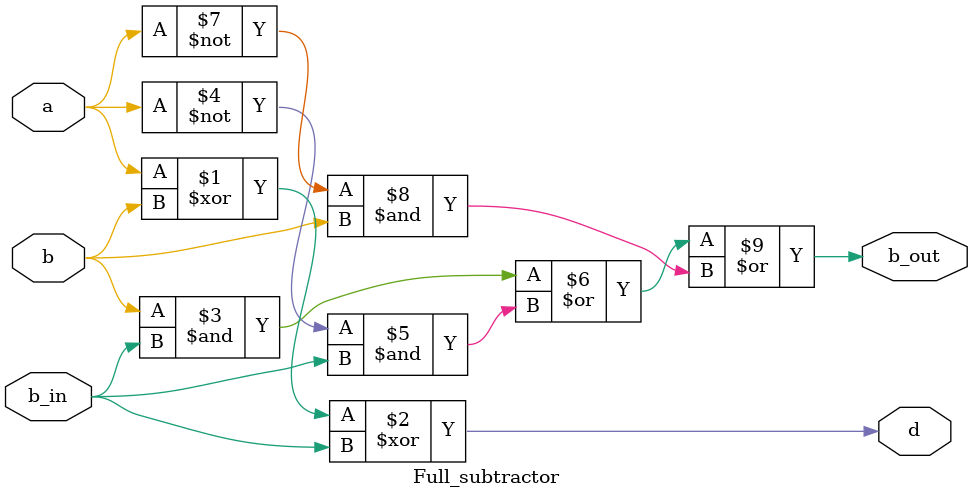
<source format=v>
module Full_subtractor(output d, b_out, input a, b, b_in);

    assign d = a ^ b ^ b_in;
    assign b_out = b&b_in | ~a&b_in | ~a&b;

endmodule
</source>
